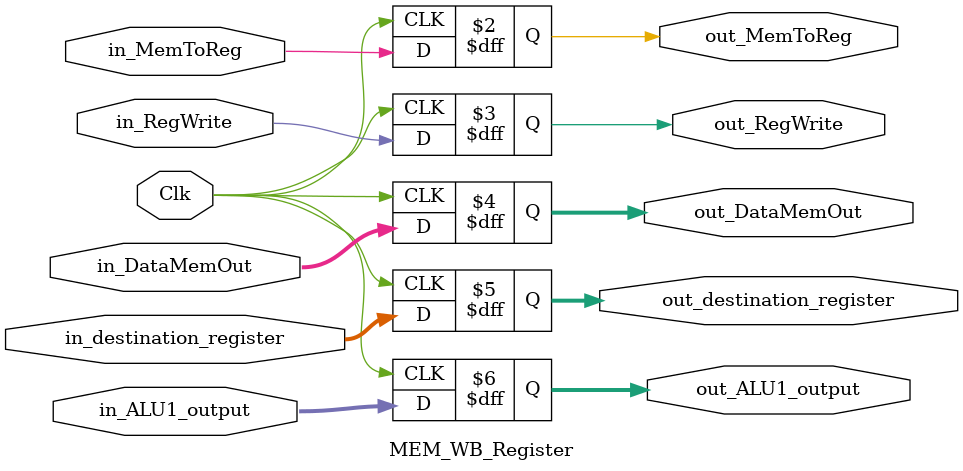
<source format=v>
`timescale 1ns / 1ps


module MEM_WB_Register(Clk, in_DataMemOut, in_destination_register, in_ALU1_output, in_MemToReg, in_RegWrite,
                       out_DataMemOut, out_destination_register, out_ALU1_output, out_MemToReg, out_RegWrite);
                       
                       
input Clk, in_MemToReg, in_RegWrite;
input [31:0] in_DataMemOut, in_destination_register, in_ALU1_output;

output reg out_MemToReg, out_RegWrite;
output reg [31:0]  out_DataMemOut, out_destination_register, out_ALU1_output;

    always @ (posedge Clk)  begin
        out_DataMemOut           <= in_DataMemOut; 
        out_destination_register <= in_destination_register; 
        out_ALU1_output          <= in_ALU1_output;
        out_MemToReg             <= in_MemToReg;
        out_RegWrite             <= in_RegWrite;
    
    end


endmodule

</source>
